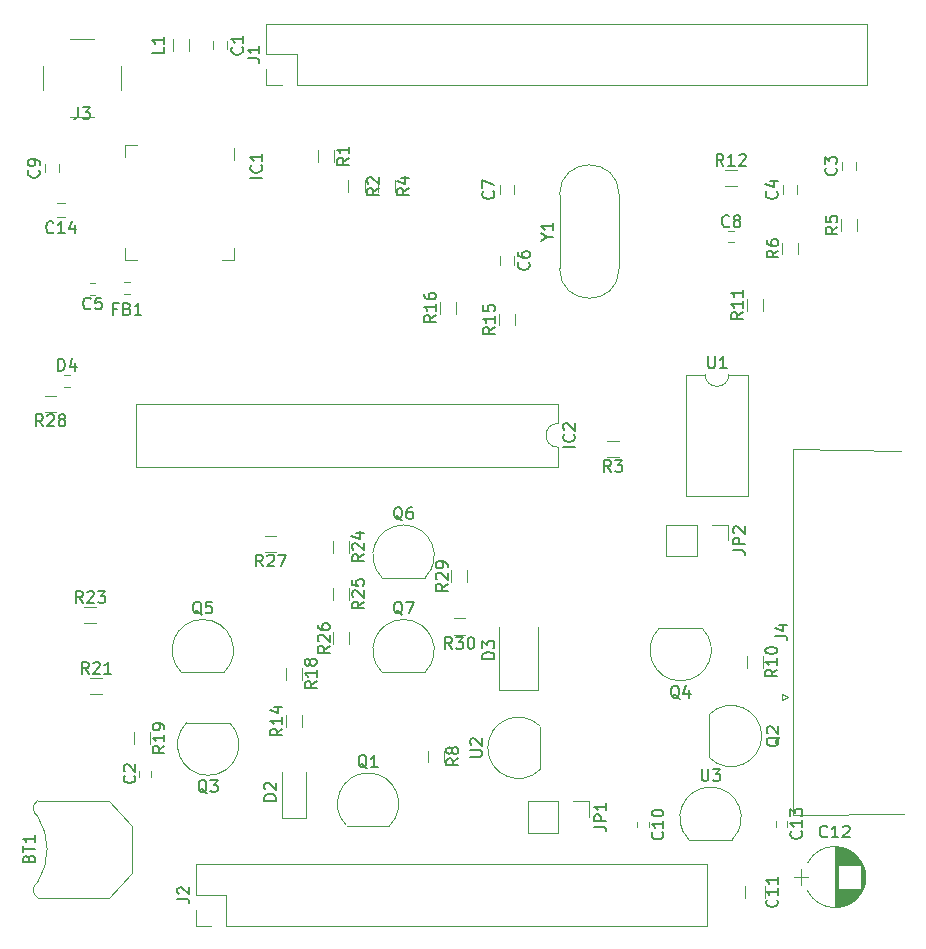
<source format=gto>
G04 #@! TF.GenerationSoftware,KiCad,Pcbnew,(5.1.0)-1*
G04 #@! TF.CreationDate,2019-03-19T22:56:10-07:00*
G04 #@! TF.ProjectId,DashSight-Mezzanine-Card,44617368-5369-4676-9874-2d4d657a7a61,rev?*
G04 #@! TF.SameCoordinates,Original*
G04 #@! TF.FileFunction,Legend,Top*
G04 #@! TF.FilePolarity,Positive*
%FSLAX46Y46*%
G04 Gerber Fmt 4.6, Leading zero omitted, Abs format (unit mm)*
G04 Created by KiCad (PCBNEW (5.1.0)-1) date 2019-03-19 22:56:10*
%MOMM*%
%LPD*%
G04 APERTURE LIST*
%ADD10C,0.120000*%
%ADD11C,0.150000*%
G04 APERTURE END LIST*
D10*
X134448000Y-108958000D02*
X134448000Y-107958000D01*
X135808000Y-107958000D02*
X135808000Y-108958000D01*
X142923000Y-58519000D02*
X142923000Y-59519000D01*
X133683000Y-67989000D02*
X134683000Y-67989000D01*
X133683000Y-66989000D02*
X133683000Y-67989000D01*
X133683000Y-58249000D02*
X134683000Y-58249000D01*
X133683000Y-59249000D02*
X133683000Y-58249000D01*
X142923000Y-67989000D02*
X141923000Y-67989000D01*
X142923000Y-66989000D02*
X142923000Y-67989000D01*
X130687000Y-70891500D02*
X131187000Y-70891500D01*
X131187000Y-69951500D02*
X130687000Y-69951500D01*
X178016000Y-116010500D02*
X178016000Y-115510500D01*
X177076000Y-115510500D02*
X177076000Y-116010500D01*
X189763500Y-115947000D02*
X189763500Y-115447000D01*
X188823500Y-115447000D02*
X188823500Y-115947000D01*
X190600000Y-61650000D02*
X190600000Y-62350000D01*
X189400000Y-62350000D02*
X189400000Y-61650000D01*
X128108000Y-59848000D02*
X128108000Y-60548000D01*
X126908000Y-60548000D02*
X126908000Y-59848000D01*
X127920000Y-63154000D02*
X128620000Y-63154000D01*
X128620000Y-64354000D02*
X127920000Y-64354000D01*
X187857500Y-121975500D02*
X187857500Y-120975500D01*
X186157500Y-120975500D02*
X186157500Y-121975500D01*
X196087722Y-119025777D02*
G75*
G03X191476420Y-119025500I-2305722J-1179723D01*
G01*
X196087722Y-121385223D02*
G75*
G02X191476420Y-121385500I-2305722J1179723D01*
G01*
X196087722Y-121385223D02*
G75*
G03X196087580Y-119025500I-2305722J1179723D01*
G01*
X193782000Y-117655500D02*
X193782000Y-122755500D01*
X193822000Y-117655500D02*
X193822000Y-122755500D01*
X193862000Y-117656500D02*
X193862000Y-122754500D01*
X193902000Y-117657500D02*
X193902000Y-122753500D01*
X193942000Y-117659500D02*
X193942000Y-122751500D01*
X193982000Y-117662500D02*
X193982000Y-122748500D01*
X194022000Y-117666500D02*
X194022000Y-122744500D01*
X194062000Y-117670500D02*
X194062000Y-119225500D01*
X194062000Y-121185500D02*
X194062000Y-122740500D01*
X194102000Y-117674500D02*
X194102000Y-119225500D01*
X194102000Y-121185500D02*
X194102000Y-122736500D01*
X194142000Y-117680500D02*
X194142000Y-119225500D01*
X194142000Y-121185500D02*
X194142000Y-122730500D01*
X194182000Y-117686500D02*
X194182000Y-119225500D01*
X194182000Y-121185500D02*
X194182000Y-122724500D01*
X194222000Y-117692500D02*
X194222000Y-119225500D01*
X194222000Y-121185500D02*
X194222000Y-122718500D01*
X194262000Y-117699500D02*
X194262000Y-119225500D01*
X194262000Y-121185500D02*
X194262000Y-122711500D01*
X194302000Y-117707500D02*
X194302000Y-119225500D01*
X194302000Y-121185500D02*
X194302000Y-122703500D01*
X194342000Y-117716500D02*
X194342000Y-119225500D01*
X194342000Y-121185500D02*
X194342000Y-122694500D01*
X194382000Y-117725500D02*
X194382000Y-119225500D01*
X194382000Y-121185500D02*
X194382000Y-122685500D01*
X194422000Y-117735500D02*
X194422000Y-119225500D01*
X194422000Y-121185500D02*
X194422000Y-122675500D01*
X194462000Y-117745500D02*
X194462000Y-119225500D01*
X194462000Y-121185500D02*
X194462000Y-122665500D01*
X194503000Y-117757500D02*
X194503000Y-119225500D01*
X194503000Y-121185500D02*
X194503000Y-122653500D01*
X194543000Y-117769500D02*
X194543000Y-119225500D01*
X194543000Y-121185500D02*
X194543000Y-122641500D01*
X194583000Y-117781500D02*
X194583000Y-119225500D01*
X194583000Y-121185500D02*
X194583000Y-122629500D01*
X194623000Y-117795500D02*
X194623000Y-119225500D01*
X194623000Y-121185500D02*
X194623000Y-122615500D01*
X194663000Y-117809500D02*
X194663000Y-119225500D01*
X194663000Y-121185500D02*
X194663000Y-122601500D01*
X194703000Y-117823500D02*
X194703000Y-119225500D01*
X194703000Y-121185500D02*
X194703000Y-122587500D01*
X194743000Y-117839500D02*
X194743000Y-119225500D01*
X194743000Y-121185500D02*
X194743000Y-122571500D01*
X194783000Y-117855500D02*
X194783000Y-119225500D01*
X194783000Y-121185500D02*
X194783000Y-122555500D01*
X194823000Y-117872500D02*
X194823000Y-119225500D01*
X194823000Y-121185500D02*
X194823000Y-122538500D01*
X194863000Y-117890500D02*
X194863000Y-119225500D01*
X194863000Y-121185500D02*
X194863000Y-122520500D01*
X194903000Y-117909500D02*
X194903000Y-119225500D01*
X194903000Y-121185500D02*
X194903000Y-122501500D01*
X194943000Y-117929500D02*
X194943000Y-119225500D01*
X194943000Y-121185500D02*
X194943000Y-122481500D01*
X194983000Y-117949500D02*
X194983000Y-119225500D01*
X194983000Y-121185500D02*
X194983000Y-122461500D01*
X195023000Y-117971500D02*
X195023000Y-119225500D01*
X195023000Y-121185500D02*
X195023000Y-122439500D01*
X195063000Y-117993500D02*
X195063000Y-119225500D01*
X195063000Y-121185500D02*
X195063000Y-122417500D01*
X195103000Y-118016500D02*
X195103000Y-119225500D01*
X195103000Y-121185500D02*
X195103000Y-122394500D01*
X195143000Y-118040500D02*
X195143000Y-119225500D01*
X195143000Y-121185500D02*
X195143000Y-122370500D01*
X195183000Y-118065500D02*
X195183000Y-119225500D01*
X195183000Y-121185500D02*
X195183000Y-122345500D01*
X195223000Y-118092500D02*
X195223000Y-119225500D01*
X195223000Y-121185500D02*
X195223000Y-122318500D01*
X195263000Y-118119500D02*
X195263000Y-119225500D01*
X195263000Y-121185500D02*
X195263000Y-122291500D01*
X195303000Y-118147500D02*
X195303000Y-119225500D01*
X195303000Y-121185500D02*
X195303000Y-122263500D01*
X195343000Y-118177500D02*
X195343000Y-119225500D01*
X195343000Y-121185500D02*
X195343000Y-122233500D01*
X195383000Y-118208500D02*
X195383000Y-119225500D01*
X195383000Y-121185500D02*
X195383000Y-122202500D01*
X195423000Y-118240500D02*
X195423000Y-119225500D01*
X195423000Y-121185500D02*
X195423000Y-122170500D01*
X195463000Y-118273500D02*
X195463000Y-119225500D01*
X195463000Y-121185500D02*
X195463000Y-122137500D01*
X195503000Y-118308500D02*
X195503000Y-119225500D01*
X195503000Y-121185500D02*
X195503000Y-122102500D01*
X195543000Y-118344500D02*
X195543000Y-119225500D01*
X195543000Y-121185500D02*
X195543000Y-122066500D01*
X195583000Y-118382500D02*
X195583000Y-119225500D01*
X195583000Y-121185500D02*
X195583000Y-122028500D01*
X195623000Y-118422500D02*
X195623000Y-119225500D01*
X195623000Y-121185500D02*
X195623000Y-121988500D01*
X195663000Y-118463500D02*
X195663000Y-119225500D01*
X195663000Y-121185500D02*
X195663000Y-121947500D01*
X195703000Y-118506500D02*
X195703000Y-119225500D01*
X195703000Y-121185500D02*
X195703000Y-121904500D01*
X195743000Y-118551500D02*
X195743000Y-119225500D01*
X195743000Y-121185500D02*
X195743000Y-121859500D01*
X195783000Y-118599500D02*
X195783000Y-119225500D01*
X195783000Y-121185500D02*
X195783000Y-121811500D01*
X195823000Y-118649500D02*
X195823000Y-119225500D01*
X195823000Y-121185500D02*
X195823000Y-121761500D01*
X195863000Y-118701500D02*
X195863000Y-119225500D01*
X195863000Y-121185500D02*
X195863000Y-121709500D01*
X195903000Y-118757500D02*
X195903000Y-119225500D01*
X195903000Y-121185500D02*
X195903000Y-121653500D01*
X195943000Y-118815500D02*
X195943000Y-119225500D01*
X195943000Y-121185500D02*
X195943000Y-121595500D01*
X195983000Y-118878500D02*
X195983000Y-119225500D01*
X195983000Y-121185500D02*
X195983000Y-121532500D01*
X196023000Y-118944500D02*
X196023000Y-121466500D01*
X196063000Y-119016500D02*
X196063000Y-121394500D01*
X196103000Y-119093500D02*
X196103000Y-121317500D01*
X196143000Y-119177500D02*
X196143000Y-121233500D01*
X196183000Y-119271500D02*
X196183000Y-121139500D01*
X196223000Y-119376500D02*
X196223000Y-121034500D01*
X196263000Y-119498500D02*
X196263000Y-120912500D01*
X196303000Y-119646500D02*
X196303000Y-120764500D01*
X196343000Y-119851500D02*
X196343000Y-120559500D01*
X190332000Y-120205500D02*
X191532000Y-120205500D01*
X190932000Y-119555500D02*
X190932000Y-120855500D01*
X126293100Y-115054554D02*
G75*
G02X126294000Y-120656000I-4499100J-2801446D01*
G01*
X126294000Y-115056000D02*
G75*
G02X126278337Y-113752277I386922J656604D01*
G01*
X134294000Y-119856000D02*
X132294000Y-121956000D01*
X134294000Y-115856000D02*
X132294000Y-113756000D01*
X134294000Y-119856000D02*
X134294000Y-115856000D01*
X126294000Y-121956000D02*
G75*
G02X126278337Y-120652277I386922J656604D01*
G01*
X126294000Y-113756000D02*
X132294000Y-113756000D01*
X126294000Y-121956000D02*
X132294000Y-121956000D01*
X165350000Y-104400000D02*
X168650000Y-104400000D01*
X168650000Y-104400000D02*
X168650000Y-99000000D01*
X165350000Y-104400000D02*
X165350000Y-99000000D01*
X129028000Y-77702000D02*
X128528000Y-77702000D01*
X128528000Y-78762000D02*
X129028000Y-78762000D01*
X141132000Y-50134000D02*
X141132000Y-49434000D01*
X142332000Y-49434000D02*
X142332000Y-50134000D01*
X167770500Y-113795500D02*
X167770500Y-116455500D01*
X170370500Y-113795500D02*
X167770500Y-113795500D01*
X170370500Y-116455500D02*
X167770500Y-116455500D01*
X170370500Y-113795500D02*
X170370500Y-116455500D01*
X171640500Y-113795500D02*
X172970500Y-113795500D01*
X172970500Y-113795500D02*
X172970500Y-115125500D01*
X184718000Y-90364000D02*
X184718000Y-91694000D01*
X183388000Y-90364000D02*
X184718000Y-90364000D01*
X182118000Y-90364000D02*
X182118000Y-93024000D01*
X182118000Y-93024000D02*
X179518000Y-93024000D01*
X182118000Y-90364000D02*
X179518000Y-90364000D01*
X179518000Y-90364000D02*
X179518000Y-93024000D01*
X147000000Y-115250000D02*
X149000000Y-115250000D01*
X149000000Y-115250000D02*
X149000000Y-111350000D01*
X147000000Y-115250000D02*
X147000000Y-111350000D01*
X133608000Y-70888000D02*
X134108000Y-70888000D01*
X134108000Y-69828000D02*
X133608000Y-69828000D01*
X181461000Y-117039000D02*
X185061000Y-117039000D01*
X181422522Y-117027478D02*
G75*
G02X183261000Y-112589000I1838478J1838478D01*
G01*
X185099478Y-117027478D02*
G75*
G03X183261000Y-112589000I-1838478J1838478D01*
G01*
X189778675Y-105000000D02*
X189345662Y-105250000D01*
X189345662Y-104750000D02*
X189778675Y-105000000D01*
X189345662Y-105250000D02*
X189345662Y-104750000D01*
X190240000Y-83975000D02*
X199400000Y-84100000D01*
X190240000Y-114945000D02*
X190240000Y-83975000D01*
X199600000Y-114900000D02*
X190240000Y-114945000D01*
X170330000Y-83810000D02*
G75*
G02X170330000Y-81810000I0J1000000D01*
G01*
X170330000Y-81810000D02*
X170330000Y-80160000D01*
X170330000Y-80160000D02*
X134650000Y-80160000D01*
X134650000Y-80160000D02*
X134650000Y-85460000D01*
X134650000Y-85460000D02*
X170330000Y-85460000D01*
X170330000Y-85460000D02*
X170330000Y-83810000D01*
X134912000Y-111214000D02*
X134912000Y-111714000D01*
X135852000Y-111714000D02*
X135852000Y-111214000D01*
X185250000Y-65530000D02*
X184750000Y-65530000D01*
X184750000Y-66470000D02*
X185250000Y-66470000D01*
X195600000Y-59650000D02*
X195600000Y-60350000D01*
X194400000Y-60350000D02*
X194400000Y-59650000D01*
X165400000Y-68350000D02*
X165400000Y-67650000D01*
X166600000Y-67650000D02*
X166600000Y-68350000D01*
X166600000Y-61650000D02*
X166600000Y-62350000D01*
X165400000Y-62350000D02*
X165400000Y-61650000D01*
X129048000Y-49278000D02*
X131048000Y-49278000D01*
X129048000Y-55878000D02*
X131048000Y-55878000D01*
X133348000Y-51578000D02*
X133348000Y-53578000D01*
X126748000Y-51578000D02*
X126748000Y-53578000D01*
X170475000Y-68685000D02*
X170475000Y-62435000D01*
X175525000Y-68685000D02*
X175525000Y-62435000D01*
X175525000Y-68685000D02*
G75*
G02X170475000Y-68685000I-2525000J0D01*
G01*
X175525000Y-62435000D02*
G75*
G03X170475000Y-62435000I-2525000J0D01*
G01*
X184810000Y-77670000D02*
G75*
G02X182810000Y-77670000I-1000000J0D01*
G01*
X182810000Y-77670000D02*
X181160000Y-77670000D01*
X181160000Y-77670000D02*
X181160000Y-87950000D01*
X181160000Y-87950000D02*
X186460000Y-87950000D01*
X186460000Y-87950000D02*
X186460000Y-77670000D01*
X186460000Y-77670000D02*
X184810000Y-77670000D01*
X139110000Y-49284000D02*
X139110000Y-50284000D01*
X137750000Y-50284000D02*
X137750000Y-49284000D01*
X182970000Y-124330000D02*
X182970000Y-119130000D01*
X142270000Y-124330000D02*
X182970000Y-124330000D01*
X139670000Y-119130000D02*
X182970000Y-119130000D01*
X142270000Y-124330000D02*
X142270000Y-121730000D01*
X142270000Y-121730000D02*
X139670000Y-121730000D01*
X139670000Y-121730000D02*
X139670000Y-119130000D01*
X141000000Y-124330000D02*
X139670000Y-124330000D01*
X139670000Y-124330000D02*
X139670000Y-123000000D01*
X196529000Y-53146000D02*
X196529000Y-47946000D01*
X148209000Y-53146000D02*
X196529000Y-53146000D01*
X145609000Y-47946000D02*
X196529000Y-47946000D01*
X148209000Y-53146000D02*
X148209000Y-50546000D01*
X148209000Y-50546000D02*
X145609000Y-50546000D01*
X145609000Y-50546000D02*
X145609000Y-47946000D01*
X146939000Y-53146000D02*
X145609000Y-53146000D01*
X145609000Y-53146000D02*
X145609000Y-51816000D01*
X151320000Y-96750000D02*
X151320000Y-95750000D01*
X152680000Y-95750000D02*
X152680000Y-96750000D01*
X152680000Y-99500000D02*
X152680000Y-100500000D01*
X151320000Y-100500000D02*
X151320000Y-99500000D01*
X145500000Y-91320000D02*
X146500000Y-91320000D01*
X146500000Y-92680000D02*
X145500000Y-92680000D01*
X126881000Y-79457000D02*
X127881000Y-79457000D01*
X127881000Y-80817000D02*
X126881000Y-80817000D01*
X162680000Y-94250000D02*
X162680000Y-95250000D01*
X161320000Y-95250000D02*
X161320000Y-94250000D01*
X161500000Y-98320000D02*
X162500000Y-98320000D01*
X162500000Y-99680000D02*
X161500000Y-99680000D01*
X150051000Y-59659000D02*
X150051000Y-58659000D01*
X151411000Y-58659000D02*
X151411000Y-59659000D01*
X131250000Y-98680000D02*
X130250000Y-98680000D01*
X130250000Y-97320000D02*
X131250000Y-97320000D01*
X131750000Y-104680000D02*
X130750000Y-104680000D01*
X130750000Y-103320000D02*
X131750000Y-103320000D01*
X152609000Y-62222000D02*
X152609000Y-61222000D01*
X153969000Y-61222000D02*
X153969000Y-62222000D01*
X147320000Y-103500000D02*
X147320000Y-102500000D01*
X148680000Y-102500000D02*
X148680000Y-103500000D01*
X151320000Y-92750000D02*
X151320000Y-91750000D01*
X152680000Y-91750000D02*
X152680000Y-92750000D01*
X161680000Y-71500000D02*
X161680000Y-72500000D01*
X160320000Y-72500000D02*
X160320000Y-71500000D01*
X166680000Y-72500000D02*
X166680000Y-73500000D01*
X165320000Y-73500000D02*
X165320000Y-72500000D01*
X174500000Y-83320000D02*
X175500000Y-83320000D01*
X175500000Y-84680000D02*
X174500000Y-84680000D01*
X185500000Y-61680000D02*
X184500000Y-61680000D01*
X184500000Y-60320000D02*
X185500000Y-60320000D01*
X187680000Y-71250000D02*
X187680000Y-72250000D01*
X186320000Y-72250000D02*
X186320000Y-71250000D01*
X186320000Y-102500000D02*
X186320000Y-101500000D01*
X187680000Y-101500000D02*
X187680000Y-102500000D01*
X190680000Y-66500000D02*
X190680000Y-67500000D01*
X189320000Y-67500000D02*
X189320000Y-66500000D01*
X195680000Y-64500000D02*
X195680000Y-65500000D01*
X194320000Y-65500000D02*
X194320000Y-64500000D01*
X155149000Y-62222000D02*
X155149000Y-61222000D01*
X156509000Y-61222000D02*
X156509000Y-62222000D01*
X148680000Y-106500000D02*
X148680000Y-107500000D01*
X147320000Y-107500000D02*
X147320000Y-106500000D01*
X159320000Y-110500000D02*
X159320000Y-109500000D01*
X160680000Y-109500000D02*
X160680000Y-110500000D01*
X168850000Y-111070000D02*
X168850000Y-107470000D01*
X168838478Y-111108478D02*
G75*
G02X164400000Y-109270000I-1838478J1838478D01*
G01*
X168838478Y-107431522D02*
G75*
G03X164400000Y-109270000I-1838478J-1838478D01*
G01*
X155470000Y-94850000D02*
X159070000Y-94850000D01*
X155431522Y-94838478D02*
G75*
G02X157270000Y-90400000I1838478J1838478D01*
G01*
X159108478Y-94838478D02*
G75*
G03X157270000Y-90400000I-1838478J1838478D01*
G01*
X155470000Y-102850000D02*
X159070000Y-102850000D01*
X155431522Y-102838478D02*
G75*
G02X157270000Y-98400000I1838478J1838478D01*
G01*
X159108478Y-102838478D02*
G75*
G03X157270000Y-98400000I-1838478J1838478D01*
G01*
X152470000Y-115850000D02*
X156070000Y-115850000D01*
X152431522Y-115838478D02*
G75*
G02X154270000Y-111400000I1838478J1838478D01*
G01*
X156108478Y-115838478D02*
G75*
G03X154270000Y-111400000I-1838478J1838478D01*
G01*
X183150000Y-106470000D02*
X183150000Y-110070000D01*
X183161522Y-106431522D02*
G75*
G02X187600000Y-108270000I1838478J-1838478D01*
G01*
X183161522Y-110108478D02*
G75*
G03X187600000Y-108270000I1838478J1838478D01*
G01*
X142530000Y-107150000D02*
X138930000Y-107150000D01*
X142568478Y-107161522D02*
G75*
G02X140730000Y-111600000I-1838478J-1838478D01*
G01*
X138891522Y-107161522D02*
G75*
G03X140730000Y-111600000I1838478J-1838478D01*
G01*
X182530000Y-99150000D02*
X178930000Y-99150000D01*
X182568478Y-99161522D02*
G75*
G02X180730000Y-103600000I-1838478J-1838478D01*
G01*
X178891522Y-99161522D02*
G75*
G03X180730000Y-103600000I1838478J-1838478D01*
G01*
X138470000Y-102850000D02*
X142070000Y-102850000D01*
X138431522Y-102838478D02*
G75*
G02X140270000Y-98400000I1838478J1838478D01*
G01*
X142108478Y-102838478D02*
G75*
G03X140270000Y-98400000I-1838478J1838478D01*
G01*
D11*
X137030380Y-109100857D02*
X136554190Y-109434190D01*
X137030380Y-109672285D02*
X136030380Y-109672285D01*
X136030380Y-109291333D01*
X136078000Y-109196095D01*
X136125619Y-109148476D01*
X136220857Y-109100857D01*
X136363714Y-109100857D01*
X136458952Y-109148476D01*
X136506571Y-109196095D01*
X136554190Y-109291333D01*
X136554190Y-109672285D01*
X137030380Y-108148476D02*
X137030380Y-108719904D01*
X137030380Y-108434190D02*
X136030380Y-108434190D01*
X136173238Y-108529428D01*
X136268476Y-108624666D01*
X136316095Y-108719904D01*
X137030380Y-107672285D02*
X137030380Y-107481809D01*
X136982761Y-107386571D01*
X136935142Y-107338952D01*
X136792285Y-107243714D01*
X136601809Y-107196095D01*
X136220857Y-107196095D01*
X136125619Y-107243714D01*
X136078000Y-107291333D01*
X136030380Y-107386571D01*
X136030380Y-107577047D01*
X136078000Y-107672285D01*
X136125619Y-107719904D01*
X136220857Y-107767523D01*
X136458952Y-107767523D01*
X136554190Y-107719904D01*
X136601809Y-107672285D01*
X136649428Y-107577047D01*
X136649428Y-107386571D01*
X136601809Y-107291333D01*
X136554190Y-107243714D01*
X136458952Y-107196095D01*
X145305380Y-60995190D02*
X144305380Y-60995190D01*
X145210142Y-59947571D02*
X145257761Y-59995190D01*
X145305380Y-60138047D01*
X145305380Y-60233285D01*
X145257761Y-60376142D01*
X145162523Y-60471380D01*
X145067285Y-60519000D01*
X144876809Y-60566619D01*
X144733952Y-60566619D01*
X144543476Y-60519000D01*
X144448238Y-60471380D01*
X144353000Y-60376142D01*
X144305380Y-60233285D01*
X144305380Y-60138047D01*
X144353000Y-59995190D01*
X144400619Y-59947571D01*
X145305380Y-58995190D02*
X145305380Y-59566619D01*
X145305380Y-59280904D02*
X144305380Y-59280904D01*
X144448238Y-59376142D01*
X144543476Y-59471380D01*
X144591095Y-59566619D01*
X130770333Y-72048642D02*
X130722714Y-72096261D01*
X130579857Y-72143880D01*
X130484619Y-72143880D01*
X130341761Y-72096261D01*
X130246523Y-72001023D01*
X130198904Y-71905785D01*
X130151285Y-71715309D01*
X130151285Y-71572452D01*
X130198904Y-71381976D01*
X130246523Y-71286738D01*
X130341761Y-71191500D01*
X130484619Y-71143880D01*
X130579857Y-71143880D01*
X130722714Y-71191500D01*
X130770333Y-71239119D01*
X131675095Y-71143880D02*
X131198904Y-71143880D01*
X131151285Y-71620071D01*
X131198904Y-71572452D01*
X131294142Y-71524833D01*
X131532238Y-71524833D01*
X131627476Y-71572452D01*
X131675095Y-71620071D01*
X131722714Y-71715309D01*
X131722714Y-71953404D01*
X131675095Y-72048642D01*
X131627476Y-72096261D01*
X131532238Y-72143880D01*
X131294142Y-72143880D01*
X131198904Y-72096261D01*
X131151285Y-72048642D01*
X179173142Y-116403357D02*
X179220761Y-116450976D01*
X179268380Y-116593833D01*
X179268380Y-116689071D01*
X179220761Y-116831928D01*
X179125523Y-116927166D01*
X179030285Y-116974785D01*
X178839809Y-117022404D01*
X178696952Y-117022404D01*
X178506476Y-116974785D01*
X178411238Y-116927166D01*
X178316000Y-116831928D01*
X178268380Y-116689071D01*
X178268380Y-116593833D01*
X178316000Y-116450976D01*
X178363619Y-116403357D01*
X179268380Y-115450976D02*
X179268380Y-116022404D01*
X179268380Y-115736690D02*
X178268380Y-115736690D01*
X178411238Y-115831928D01*
X178506476Y-115927166D01*
X178554095Y-116022404D01*
X178268380Y-114831928D02*
X178268380Y-114736690D01*
X178316000Y-114641452D01*
X178363619Y-114593833D01*
X178458857Y-114546214D01*
X178649333Y-114498595D01*
X178887428Y-114498595D01*
X179077904Y-114546214D01*
X179173142Y-114593833D01*
X179220761Y-114641452D01*
X179268380Y-114736690D01*
X179268380Y-114831928D01*
X179220761Y-114927166D01*
X179173142Y-114974785D01*
X179077904Y-115022404D01*
X178887428Y-115070023D01*
X178649333Y-115070023D01*
X178458857Y-115022404D01*
X178363619Y-114974785D01*
X178316000Y-114927166D01*
X178268380Y-114831928D01*
X190920642Y-116339857D02*
X190968261Y-116387476D01*
X191015880Y-116530333D01*
X191015880Y-116625571D01*
X190968261Y-116768428D01*
X190873023Y-116863666D01*
X190777785Y-116911285D01*
X190587309Y-116958904D01*
X190444452Y-116958904D01*
X190253976Y-116911285D01*
X190158738Y-116863666D01*
X190063500Y-116768428D01*
X190015880Y-116625571D01*
X190015880Y-116530333D01*
X190063500Y-116387476D01*
X190111119Y-116339857D01*
X191015880Y-115387476D02*
X191015880Y-115958904D01*
X191015880Y-115673190D02*
X190015880Y-115673190D01*
X190158738Y-115768428D01*
X190253976Y-115863666D01*
X190301595Y-115958904D01*
X190015880Y-115054142D02*
X190015880Y-114435095D01*
X190396833Y-114768428D01*
X190396833Y-114625571D01*
X190444452Y-114530333D01*
X190492071Y-114482714D01*
X190587309Y-114435095D01*
X190825404Y-114435095D01*
X190920642Y-114482714D01*
X190968261Y-114530333D01*
X191015880Y-114625571D01*
X191015880Y-114911285D01*
X190968261Y-115006523D01*
X190920642Y-115054142D01*
X188857142Y-62166666D02*
X188904761Y-62214285D01*
X188952380Y-62357142D01*
X188952380Y-62452380D01*
X188904761Y-62595238D01*
X188809523Y-62690476D01*
X188714285Y-62738095D01*
X188523809Y-62785714D01*
X188380952Y-62785714D01*
X188190476Y-62738095D01*
X188095238Y-62690476D01*
X188000000Y-62595238D01*
X187952380Y-62452380D01*
X187952380Y-62357142D01*
X188000000Y-62214285D01*
X188047619Y-62166666D01*
X188285714Y-61309523D02*
X188952380Y-61309523D01*
X187904761Y-61547619D02*
X188619047Y-61785714D01*
X188619047Y-61166666D01*
X126365142Y-60364666D02*
X126412761Y-60412285D01*
X126460380Y-60555142D01*
X126460380Y-60650380D01*
X126412761Y-60793238D01*
X126317523Y-60888476D01*
X126222285Y-60936095D01*
X126031809Y-60983714D01*
X125888952Y-60983714D01*
X125698476Y-60936095D01*
X125603238Y-60888476D01*
X125508000Y-60793238D01*
X125460380Y-60650380D01*
X125460380Y-60555142D01*
X125508000Y-60412285D01*
X125555619Y-60364666D01*
X126460380Y-59888476D02*
X126460380Y-59698000D01*
X126412761Y-59602761D01*
X126365142Y-59555142D01*
X126222285Y-59459904D01*
X126031809Y-59412285D01*
X125650857Y-59412285D01*
X125555619Y-59459904D01*
X125508000Y-59507523D01*
X125460380Y-59602761D01*
X125460380Y-59793238D01*
X125508000Y-59888476D01*
X125555619Y-59936095D01*
X125650857Y-59983714D01*
X125888952Y-59983714D01*
X125984190Y-59936095D01*
X126031809Y-59888476D01*
X126079428Y-59793238D01*
X126079428Y-59602761D01*
X126031809Y-59507523D01*
X125984190Y-59459904D01*
X125888952Y-59412285D01*
X127627142Y-65611142D02*
X127579523Y-65658761D01*
X127436666Y-65706380D01*
X127341428Y-65706380D01*
X127198571Y-65658761D01*
X127103333Y-65563523D01*
X127055714Y-65468285D01*
X127008095Y-65277809D01*
X127008095Y-65134952D01*
X127055714Y-64944476D01*
X127103333Y-64849238D01*
X127198571Y-64754000D01*
X127341428Y-64706380D01*
X127436666Y-64706380D01*
X127579523Y-64754000D01*
X127627142Y-64801619D01*
X128579523Y-65706380D02*
X128008095Y-65706380D01*
X128293809Y-65706380D02*
X128293809Y-64706380D01*
X128198571Y-64849238D01*
X128103333Y-64944476D01*
X128008095Y-64992095D01*
X129436666Y-65039714D02*
X129436666Y-65706380D01*
X129198571Y-64658761D02*
X128960476Y-65373047D01*
X129579523Y-65373047D01*
X188864642Y-122118357D02*
X188912261Y-122165976D01*
X188959880Y-122308833D01*
X188959880Y-122404071D01*
X188912261Y-122546928D01*
X188817023Y-122642166D01*
X188721785Y-122689785D01*
X188531309Y-122737404D01*
X188388452Y-122737404D01*
X188197976Y-122689785D01*
X188102738Y-122642166D01*
X188007500Y-122546928D01*
X187959880Y-122404071D01*
X187959880Y-122308833D01*
X188007500Y-122165976D01*
X188055119Y-122118357D01*
X188959880Y-121165976D02*
X188959880Y-121737404D01*
X188959880Y-121451690D02*
X187959880Y-121451690D01*
X188102738Y-121546928D01*
X188197976Y-121642166D01*
X188245595Y-121737404D01*
X188959880Y-120213595D02*
X188959880Y-120785023D01*
X188959880Y-120499309D02*
X187959880Y-120499309D01*
X188102738Y-120594547D01*
X188197976Y-120689785D01*
X188245595Y-120785023D01*
X193139142Y-116752642D02*
X193091523Y-116800261D01*
X192948666Y-116847880D01*
X192853428Y-116847880D01*
X192710571Y-116800261D01*
X192615333Y-116705023D01*
X192567714Y-116609785D01*
X192520095Y-116419309D01*
X192520095Y-116276452D01*
X192567714Y-116085976D01*
X192615333Y-115990738D01*
X192710571Y-115895500D01*
X192853428Y-115847880D01*
X192948666Y-115847880D01*
X193091523Y-115895500D01*
X193139142Y-115943119D01*
X194091523Y-116847880D02*
X193520095Y-116847880D01*
X193805809Y-116847880D02*
X193805809Y-115847880D01*
X193710571Y-115990738D01*
X193615333Y-116085976D01*
X193520095Y-116133595D01*
X194472476Y-115943119D02*
X194520095Y-115895500D01*
X194615333Y-115847880D01*
X194853428Y-115847880D01*
X194948666Y-115895500D01*
X194996285Y-115943119D01*
X195043904Y-116038357D01*
X195043904Y-116133595D01*
X194996285Y-116276452D01*
X194424857Y-116847880D01*
X195043904Y-116847880D01*
X125522571Y-118641714D02*
X125570190Y-118498857D01*
X125617809Y-118451238D01*
X125713047Y-118403619D01*
X125855904Y-118403619D01*
X125951142Y-118451238D01*
X125998761Y-118498857D01*
X126046380Y-118594095D01*
X126046380Y-118975047D01*
X125046380Y-118975047D01*
X125046380Y-118641714D01*
X125094000Y-118546476D01*
X125141619Y-118498857D01*
X125236857Y-118451238D01*
X125332095Y-118451238D01*
X125427333Y-118498857D01*
X125474952Y-118546476D01*
X125522571Y-118641714D01*
X125522571Y-118975047D01*
X125046380Y-118117904D02*
X125046380Y-117546476D01*
X126046380Y-117832190D02*
X125046380Y-117832190D01*
X126046380Y-116689333D02*
X126046380Y-117260761D01*
X126046380Y-116975047D02*
X125046380Y-116975047D01*
X125189238Y-117070285D01*
X125284476Y-117165523D01*
X125332095Y-117260761D01*
X164952380Y-101738095D02*
X163952380Y-101738095D01*
X163952380Y-101500000D01*
X164000000Y-101357142D01*
X164095238Y-101261904D01*
X164190476Y-101214285D01*
X164380952Y-101166666D01*
X164523809Y-101166666D01*
X164714285Y-101214285D01*
X164809523Y-101261904D01*
X164904761Y-101357142D01*
X164952380Y-101500000D01*
X164952380Y-101738095D01*
X163952380Y-100833333D02*
X163952380Y-100214285D01*
X164333333Y-100547619D01*
X164333333Y-100404761D01*
X164380952Y-100309523D01*
X164428571Y-100261904D01*
X164523809Y-100214285D01*
X164761904Y-100214285D01*
X164857142Y-100261904D01*
X164904761Y-100309523D01*
X164952380Y-100404761D01*
X164952380Y-100690476D01*
X164904761Y-100785714D01*
X164857142Y-100833333D01*
X128039904Y-77334380D02*
X128039904Y-76334380D01*
X128278000Y-76334380D01*
X128420857Y-76382000D01*
X128516095Y-76477238D01*
X128563714Y-76572476D01*
X128611333Y-76762952D01*
X128611333Y-76905809D01*
X128563714Y-77096285D01*
X128516095Y-77191523D01*
X128420857Y-77286761D01*
X128278000Y-77334380D01*
X128039904Y-77334380D01*
X129468476Y-76667714D02*
X129468476Y-77334380D01*
X129230380Y-76286761D02*
X128992285Y-77001047D01*
X129611333Y-77001047D01*
X143589142Y-49950666D02*
X143636761Y-49998285D01*
X143684380Y-50141142D01*
X143684380Y-50236380D01*
X143636761Y-50379238D01*
X143541523Y-50474476D01*
X143446285Y-50522095D01*
X143255809Y-50569714D01*
X143112952Y-50569714D01*
X142922476Y-50522095D01*
X142827238Y-50474476D01*
X142732000Y-50379238D01*
X142684380Y-50236380D01*
X142684380Y-50141142D01*
X142732000Y-49998285D01*
X142779619Y-49950666D01*
X143684380Y-48998285D02*
X143684380Y-49569714D01*
X143684380Y-49284000D02*
X142684380Y-49284000D01*
X142827238Y-49379238D01*
X142922476Y-49474476D01*
X142970095Y-49569714D01*
X173422880Y-115958833D02*
X174137166Y-115958833D01*
X174280023Y-116006452D01*
X174375261Y-116101690D01*
X174422880Y-116244547D01*
X174422880Y-116339785D01*
X174422880Y-115482642D02*
X173422880Y-115482642D01*
X173422880Y-115101690D01*
X173470500Y-115006452D01*
X173518119Y-114958833D01*
X173613357Y-114911214D01*
X173756214Y-114911214D01*
X173851452Y-114958833D01*
X173899071Y-115006452D01*
X173946690Y-115101690D01*
X173946690Y-115482642D01*
X174422880Y-113958833D02*
X174422880Y-114530261D01*
X174422880Y-114244547D02*
X173422880Y-114244547D01*
X173565738Y-114339785D01*
X173660976Y-114435023D01*
X173708595Y-114530261D01*
X185170380Y-92527333D02*
X185884666Y-92527333D01*
X186027523Y-92574952D01*
X186122761Y-92670190D01*
X186170380Y-92813047D01*
X186170380Y-92908285D01*
X186170380Y-92051142D02*
X185170380Y-92051142D01*
X185170380Y-91670190D01*
X185218000Y-91574952D01*
X185265619Y-91527333D01*
X185360857Y-91479714D01*
X185503714Y-91479714D01*
X185598952Y-91527333D01*
X185646571Y-91574952D01*
X185694190Y-91670190D01*
X185694190Y-92051142D01*
X185265619Y-91098761D02*
X185218000Y-91051142D01*
X185170380Y-90955904D01*
X185170380Y-90717809D01*
X185218000Y-90622571D01*
X185265619Y-90574952D01*
X185360857Y-90527333D01*
X185456095Y-90527333D01*
X185598952Y-90574952D01*
X186170380Y-91146380D01*
X186170380Y-90527333D01*
X146452380Y-113738095D02*
X145452380Y-113738095D01*
X145452380Y-113500000D01*
X145500000Y-113357142D01*
X145595238Y-113261904D01*
X145690476Y-113214285D01*
X145880952Y-113166666D01*
X146023809Y-113166666D01*
X146214285Y-113214285D01*
X146309523Y-113261904D01*
X146404761Y-113357142D01*
X146452380Y-113500000D01*
X146452380Y-113738095D01*
X145547619Y-112785714D02*
X145500000Y-112738095D01*
X145452380Y-112642857D01*
X145452380Y-112404761D01*
X145500000Y-112309523D01*
X145547619Y-112261904D01*
X145642857Y-112214285D01*
X145738095Y-112214285D01*
X145880952Y-112261904D01*
X146452380Y-112833333D01*
X146452380Y-112214285D01*
X133024666Y-72086571D02*
X132691333Y-72086571D01*
X132691333Y-72610380D02*
X132691333Y-71610380D01*
X133167523Y-71610380D01*
X133881809Y-72086571D02*
X134024666Y-72134190D01*
X134072285Y-72181809D01*
X134119904Y-72277047D01*
X134119904Y-72419904D01*
X134072285Y-72515142D01*
X134024666Y-72562761D01*
X133929428Y-72610380D01*
X133548476Y-72610380D01*
X133548476Y-71610380D01*
X133881809Y-71610380D01*
X133977047Y-71658000D01*
X134024666Y-71705619D01*
X134072285Y-71800857D01*
X134072285Y-71896095D01*
X134024666Y-71991333D01*
X133977047Y-72038952D01*
X133881809Y-72086571D01*
X133548476Y-72086571D01*
X135072285Y-72610380D02*
X134500857Y-72610380D01*
X134786571Y-72610380D02*
X134786571Y-71610380D01*
X134691333Y-71753238D01*
X134596095Y-71848476D01*
X134500857Y-71896095D01*
X182499095Y-111081380D02*
X182499095Y-111890904D01*
X182546714Y-111986142D01*
X182594333Y-112033761D01*
X182689571Y-112081380D01*
X182880047Y-112081380D01*
X182975285Y-112033761D01*
X183022904Y-111986142D01*
X183070523Y-111890904D01*
X183070523Y-111081380D01*
X183451476Y-111081380D02*
X184070523Y-111081380D01*
X183737190Y-111462333D01*
X183880047Y-111462333D01*
X183975285Y-111509952D01*
X184022904Y-111557571D01*
X184070523Y-111652809D01*
X184070523Y-111890904D01*
X184022904Y-111986142D01*
X183975285Y-112033761D01*
X183880047Y-112081380D01*
X183594333Y-112081380D01*
X183499095Y-112033761D01*
X183451476Y-111986142D01*
X188752380Y-99793333D02*
X189466666Y-99793333D01*
X189609523Y-99840952D01*
X189704761Y-99936190D01*
X189752380Y-100079047D01*
X189752380Y-100174285D01*
X189085714Y-98888571D02*
X189752380Y-98888571D01*
X188704761Y-99126666D02*
X189419047Y-99364761D01*
X189419047Y-98745714D01*
X171782380Y-83786190D02*
X170782380Y-83786190D01*
X171687142Y-82738571D02*
X171734761Y-82786190D01*
X171782380Y-82929047D01*
X171782380Y-83024285D01*
X171734761Y-83167142D01*
X171639523Y-83262380D01*
X171544285Y-83310000D01*
X171353809Y-83357619D01*
X171210952Y-83357619D01*
X171020476Y-83310000D01*
X170925238Y-83262380D01*
X170830000Y-83167142D01*
X170782380Y-83024285D01*
X170782380Y-82929047D01*
X170830000Y-82786190D01*
X170877619Y-82738571D01*
X170877619Y-82357619D02*
X170830000Y-82310000D01*
X170782380Y-82214761D01*
X170782380Y-81976666D01*
X170830000Y-81881428D01*
X170877619Y-81833809D01*
X170972857Y-81786190D01*
X171068095Y-81786190D01*
X171210952Y-81833809D01*
X171782380Y-82405238D01*
X171782380Y-81786190D01*
X134469142Y-111630666D02*
X134516761Y-111678285D01*
X134564380Y-111821142D01*
X134564380Y-111916380D01*
X134516761Y-112059238D01*
X134421523Y-112154476D01*
X134326285Y-112202095D01*
X134135809Y-112249714D01*
X133992952Y-112249714D01*
X133802476Y-112202095D01*
X133707238Y-112154476D01*
X133612000Y-112059238D01*
X133564380Y-111916380D01*
X133564380Y-111821142D01*
X133612000Y-111678285D01*
X133659619Y-111630666D01*
X133659619Y-111249714D02*
X133612000Y-111202095D01*
X133564380Y-111106857D01*
X133564380Y-110868761D01*
X133612000Y-110773523D01*
X133659619Y-110725904D01*
X133754857Y-110678285D01*
X133850095Y-110678285D01*
X133992952Y-110725904D01*
X134564380Y-111297333D01*
X134564380Y-110678285D01*
X184833333Y-65087142D02*
X184785714Y-65134761D01*
X184642857Y-65182380D01*
X184547619Y-65182380D01*
X184404761Y-65134761D01*
X184309523Y-65039523D01*
X184261904Y-64944285D01*
X184214285Y-64753809D01*
X184214285Y-64610952D01*
X184261904Y-64420476D01*
X184309523Y-64325238D01*
X184404761Y-64230000D01*
X184547619Y-64182380D01*
X184642857Y-64182380D01*
X184785714Y-64230000D01*
X184833333Y-64277619D01*
X185404761Y-64610952D02*
X185309523Y-64563333D01*
X185261904Y-64515714D01*
X185214285Y-64420476D01*
X185214285Y-64372857D01*
X185261904Y-64277619D01*
X185309523Y-64230000D01*
X185404761Y-64182380D01*
X185595238Y-64182380D01*
X185690476Y-64230000D01*
X185738095Y-64277619D01*
X185785714Y-64372857D01*
X185785714Y-64420476D01*
X185738095Y-64515714D01*
X185690476Y-64563333D01*
X185595238Y-64610952D01*
X185404761Y-64610952D01*
X185309523Y-64658571D01*
X185261904Y-64706190D01*
X185214285Y-64801428D01*
X185214285Y-64991904D01*
X185261904Y-65087142D01*
X185309523Y-65134761D01*
X185404761Y-65182380D01*
X185595238Y-65182380D01*
X185690476Y-65134761D01*
X185738095Y-65087142D01*
X185785714Y-64991904D01*
X185785714Y-64801428D01*
X185738095Y-64706190D01*
X185690476Y-64658571D01*
X185595238Y-64610952D01*
X193857142Y-60166666D02*
X193904761Y-60214285D01*
X193952380Y-60357142D01*
X193952380Y-60452380D01*
X193904761Y-60595238D01*
X193809523Y-60690476D01*
X193714285Y-60738095D01*
X193523809Y-60785714D01*
X193380952Y-60785714D01*
X193190476Y-60738095D01*
X193095238Y-60690476D01*
X193000000Y-60595238D01*
X192952380Y-60452380D01*
X192952380Y-60357142D01*
X193000000Y-60214285D01*
X193047619Y-60166666D01*
X192952380Y-59833333D02*
X192952380Y-59214285D01*
X193333333Y-59547619D01*
X193333333Y-59404761D01*
X193380952Y-59309523D01*
X193428571Y-59261904D01*
X193523809Y-59214285D01*
X193761904Y-59214285D01*
X193857142Y-59261904D01*
X193904761Y-59309523D01*
X193952380Y-59404761D01*
X193952380Y-59690476D01*
X193904761Y-59785714D01*
X193857142Y-59833333D01*
X167857142Y-68166666D02*
X167904761Y-68214285D01*
X167952380Y-68357142D01*
X167952380Y-68452380D01*
X167904761Y-68595238D01*
X167809523Y-68690476D01*
X167714285Y-68738095D01*
X167523809Y-68785714D01*
X167380952Y-68785714D01*
X167190476Y-68738095D01*
X167095238Y-68690476D01*
X167000000Y-68595238D01*
X166952380Y-68452380D01*
X166952380Y-68357142D01*
X167000000Y-68214285D01*
X167047619Y-68166666D01*
X166952380Y-67309523D02*
X166952380Y-67500000D01*
X167000000Y-67595238D01*
X167047619Y-67642857D01*
X167190476Y-67738095D01*
X167380952Y-67785714D01*
X167761904Y-67785714D01*
X167857142Y-67738095D01*
X167904761Y-67690476D01*
X167952380Y-67595238D01*
X167952380Y-67404761D01*
X167904761Y-67309523D01*
X167857142Y-67261904D01*
X167761904Y-67214285D01*
X167523809Y-67214285D01*
X167428571Y-67261904D01*
X167380952Y-67309523D01*
X167333333Y-67404761D01*
X167333333Y-67595238D01*
X167380952Y-67690476D01*
X167428571Y-67738095D01*
X167523809Y-67785714D01*
X164857142Y-62166666D02*
X164904761Y-62214285D01*
X164952380Y-62357142D01*
X164952380Y-62452380D01*
X164904761Y-62595238D01*
X164809523Y-62690476D01*
X164714285Y-62738095D01*
X164523809Y-62785714D01*
X164380952Y-62785714D01*
X164190476Y-62738095D01*
X164095238Y-62690476D01*
X164000000Y-62595238D01*
X163952380Y-62452380D01*
X163952380Y-62357142D01*
X164000000Y-62214285D01*
X164047619Y-62166666D01*
X163952380Y-61833333D02*
X163952380Y-61166666D01*
X164952380Y-61595238D01*
X129714666Y-55030380D02*
X129714666Y-55744666D01*
X129667047Y-55887523D01*
X129571809Y-55982761D01*
X129428952Y-56030380D01*
X129333714Y-56030380D01*
X130095619Y-55030380D02*
X130714666Y-55030380D01*
X130381333Y-55411333D01*
X130524190Y-55411333D01*
X130619428Y-55458952D01*
X130667047Y-55506571D01*
X130714666Y-55601809D01*
X130714666Y-55839904D01*
X130667047Y-55935142D01*
X130619428Y-55982761D01*
X130524190Y-56030380D01*
X130238476Y-56030380D01*
X130143238Y-55982761D01*
X130095619Y-55935142D01*
X169451190Y-66036190D02*
X169927380Y-66036190D01*
X168927380Y-66369523D02*
X169451190Y-66036190D01*
X168927380Y-65702857D01*
X169927380Y-64845714D02*
X169927380Y-65417142D01*
X169927380Y-65131428D02*
X168927380Y-65131428D01*
X169070238Y-65226666D01*
X169165476Y-65321904D01*
X169213095Y-65417142D01*
X183048095Y-76122380D02*
X183048095Y-76931904D01*
X183095714Y-77027142D01*
X183143333Y-77074761D01*
X183238571Y-77122380D01*
X183429047Y-77122380D01*
X183524285Y-77074761D01*
X183571904Y-77027142D01*
X183619523Y-76931904D01*
X183619523Y-76122380D01*
X184619523Y-77122380D02*
X184048095Y-77122380D01*
X184333809Y-77122380D02*
X184333809Y-76122380D01*
X184238571Y-76265238D01*
X184143333Y-76360476D01*
X184048095Y-76408095D01*
X136982380Y-49950666D02*
X136982380Y-50426857D01*
X135982380Y-50426857D01*
X136982380Y-49093523D02*
X136982380Y-49664952D01*
X136982380Y-49379238D02*
X135982380Y-49379238D01*
X136125238Y-49474476D01*
X136220476Y-49569714D01*
X136268095Y-49664952D01*
X138122380Y-122063333D02*
X138836666Y-122063333D01*
X138979523Y-122110952D01*
X139074761Y-122206190D01*
X139122380Y-122349047D01*
X139122380Y-122444285D01*
X138217619Y-121634761D02*
X138170000Y-121587142D01*
X138122380Y-121491904D01*
X138122380Y-121253809D01*
X138170000Y-121158571D01*
X138217619Y-121110952D01*
X138312857Y-121063333D01*
X138408095Y-121063333D01*
X138550952Y-121110952D01*
X139122380Y-121682380D01*
X139122380Y-121063333D01*
X144061380Y-50879333D02*
X144775666Y-50879333D01*
X144918523Y-50926952D01*
X145013761Y-51022190D01*
X145061380Y-51165047D01*
X145061380Y-51260285D01*
X145061380Y-49879333D02*
X145061380Y-50450761D01*
X145061380Y-50165047D02*
X144061380Y-50165047D01*
X144204238Y-50260285D01*
X144299476Y-50355523D01*
X144347095Y-50450761D01*
X153902380Y-96892857D02*
X153426190Y-97226190D01*
X153902380Y-97464285D02*
X152902380Y-97464285D01*
X152902380Y-97083333D01*
X152950000Y-96988095D01*
X152997619Y-96940476D01*
X153092857Y-96892857D01*
X153235714Y-96892857D01*
X153330952Y-96940476D01*
X153378571Y-96988095D01*
X153426190Y-97083333D01*
X153426190Y-97464285D01*
X152997619Y-96511904D02*
X152950000Y-96464285D01*
X152902380Y-96369047D01*
X152902380Y-96130952D01*
X152950000Y-96035714D01*
X152997619Y-95988095D01*
X153092857Y-95940476D01*
X153188095Y-95940476D01*
X153330952Y-95988095D01*
X153902380Y-96559523D01*
X153902380Y-95940476D01*
X152902380Y-95035714D02*
X152902380Y-95511904D01*
X153378571Y-95559523D01*
X153330952Y-95511904D01*
X153283333Y-95416666D01*
X153283333Y-95178571D01*
X153330952Y-95083333D01*
X153378571Y-95035714D01*
X153473809Y-94988095D01*
X153711904Y-94988095D01*
X153807142Y-95035714D01*
X153854761Y-95083333D01*
X153902380Y-95178571D01*
X153902380Y-95416666D01*
X153854761Y-95511904D01*
X153807142Y-95559523D01*
X151002380Y-100642857D02*
X150526190Y-100976190D01*
X151002380Y-101214285D02*
X150002380Y-101214285D01*
X150002380Y-100833333D01*
X150050000Y-100738095D01*
X150097619Y-100690476D01*
X150192857Y-100642857D01*
X150335714Y-100642857D01*
X150430952Y-100690476D01*
X150478571Y-100738095D01*
X150526190Y-100833333D01*
X150526190Y-101214285D01*
X150097619Y-100261904D02*
X150050000Y-100214285D01*
X150002380Y-100119047D01*
X150002380Y-99880952D01*
X150050000Y-99785714D01*
X150097619Y-99738095D01*
X150192857Y-99690476D01*
X150288095Y-99690476D01*
X150430952Y-99738095D01*
X151002380Y-100309523D01*
X151002380Y-99690476D01*
X150002380Y-98833333D02*
X150002380Y-99023809D01*
X150050000Y-99119047D01*
X150097619Y-99166666D01*
X150240476Y-99261904D01*
X150430952Y-99309523D01*
X150811904Y-99309523D01*
X150907142Y-99261904D01*
X150954761Y-99214285D01*
X151002380Y-99119047D01*
X151002380Y-98928571D01*
X150954761Y-98833333D01*
X150907142Y-98785714D01*
X150811904Y-98738095D01*
X150573809Y-98738095D01*
X150478571Y-98785714D01*
X150430952Y-98833333D01*
X150383333Y-98928571D01*
X150383333Y-99119047D01*
X150430952Y-99214285D01*
X150478571Y-99261904D01*
X150573809Y-99309523D01*
X145357142Y-93902380D02*
X145023809Y-93426190D01*
X144785714Y-93902380D02*
X144785714Y-92902380D01*
X145166666Y-92902380D01*
X145261904Y-92950000D01*
X145309523Y-92997619D01*
X145357142Y-93092857D01*
X145357142Y-93235714D01*
X145309523Y-93330952D01*
X145261904Y-93378571D01*
X145166666Y-93426190D01*
X144785714Y-93426190D01*
X145738095Y-92997619D02*
X145785714Y-92950000D01*
X145880952Y-92902380D01*
X146119047Y-92902380D01*
X146214285Y-92950000D01*
X146261904Y-92997619D01*
X146309523Y-93092857D01*
X146309523Y-93188095D01*
X146261904Y-93330952D01*
X145690476Y-93902380D01*
X146309523Y-93902380D01*
X146642857Y-92902380D02*
X147309523Y-92902380D01*
X146880952Y-93902380D01*
X126738142Y-82039380D02*
X126404809Y-81563190D01*
X126166714Y-82039380D02*
X126166714Y-81039380D01*
X126547666Y-81039380D01*
X126642904Y-81087000D01*
X126690523Y-81134619D01*
X126738142Y-81229857D01*
X126738142Y-81372714D01*
X126690523Y-81467952D01*
X126642904Y-81515571D01*
X126547666Y-81563190D01*
X126166714Y-81563190D01*
X127119095Y-81134619D02*
X127166714Y-81087000D01*
X127261952Y-81039380D01*
X127500047Y-81039380D01*
X127595285Y-81087000D01*
X127642904Y-81134619D01*
X127690523Y-81229857D01*
X127690523Y-81325095D01*
X127642904Y-81467952D01*
X127071476Y-82039380D01*
X127690523Y-82039380D01*
X128261952Y-81467952D02*
X128166714Y-81420333D01*
X128119095Y-81372714D01*
X128071476Y-81277476D01*
X128071476Y-81229857D01*
X128119095Y-81134619D01*
X128166714Y-81087000D01*
X128261952Y-81039380D01*
X128452428Y-81039380D01*
X128547666Y-81087000D01*
X128595285Y-81134619D01*
X128642904Y-81229857D01*
X128642904Y-81277476D01*
X128595285Y-81372714D01*
X128547666Y-81420333D01*
X128452428Y-81467952D01*
X128261952Y-81467952D01*
X128166714Y-81515571D01*
X128119095Y-81563190D01*
X128071476Y-81658428D01*
X128071476Y-81848904D01*
X128119095Y-81944142D01*
X128166714Y-81991761D01*
X128261952Y-82039380D01*
X128452428Y-82039380D01*
X128547666Y-81991761D01*
X128595285Y-81944142D01*
X128642904Y-81848904D01*
X128642904Y-81658428D01*
X128595285Y-81563190D01*
X128547666Y-81515571D01*
X128452428Y-81467952D01*
X161002380Y-95392857D02*
X160526190Y-95726190D01*
X161002380Y-95964285D02*
X160002380Y-95964285D01*
X160002380Y-95583333D01*
X160050000Y-95488095D01*
X160097619Y-95440476D01*
X160192857Y-95392857D01*
X160335714Y-95392857D01*
X160430952Y-95440476D01*
X160478571Y-95488095D01*
X160526190Y-95583333D01*
X160526190Y-95964285D01*
X160097619Y-95011904D02*
X160050000Y-94964285D01*
X160002380Y-94869047D01*
X160002380Y-94630952D01*
X160050000Y-94535714D01*
X160097619Y-94488095D01*
X160192857Y-94440476D01*
X160288095Y-94440476D01*
X160430952Y-94488095D01*
X161002380Y-95059523D01*
X161002380Y-94440476D01*
X161002380Y-93964285D02*
X161002380Y-93773809D01*
X160954761Y-93678571D01*
X160907142Y-93630952D01*
X160764285Y-93535714D01*
X160573809Y-93488095D01*
X160192857Y-93488095D01*
X160097619Y-93535714D01*
X160050000Y-93583333D01*
X160002380Y-93678571D01*
X160002380Y-93869047D01*
X160050000Y-93964285D01*
X160097619Y-94011904D01*
X160192857Y-94059523D01*
X160430952Y-94059523D01*
X160526190Y-94011904D01*
X160573809Y-93964285D01*
X160621428Y-93869047D01*
X160621428Y-93678571D01*
X160573809Y-93583333D01*
X160526190Y-93535714D01*
X160430952Y-93488095D01*
X161357142Y-100902380D02*
X161023809Y-100426190D01*
X160785714Y-100902380D02*
X160785714Y-99902380D01*
X161166666Y-99902380D01*
X161261904Y-99950000D01*
X161309523Y-99997619D01*
X161357142Y-100092857D01*
X161357142Y-100235714D01*
X161309523Y-100330952D01*
X161261904Y-100378571D01*
X161166666Y-100426190D01*
X160785714Y-100426190D01*
X161690476Y-99902380D02*
X162309523Y-99902380D01*
X161976190Y-100283333D01*
X162119047Y-100283333D01*
X162214285Y-100330952D01*
X162261904Y-100378571D01*
X162309523Y-100473809D01*
X162309523Y-100711904D01*
X162261904Y-100807142D01*
X162214285Y-100854761D01*
X162119047Y-100902380D01*
X161833333Y-100902380D01*
X161738095Y-100854761D01*
X161690476Y-100807142D01*
X162928571Y-99902380D02*
X163023809Y-99902380D01*
X163119047Y-99950000D01*
X163166666Y-99997619D01*
X163214285Y-100092857D01*
X163261904Y-100283333D01*
X163261904Y-100521428D01*
X163214285Y-100711904D01*
X163166666Y-100807142D01*
X163119047Y-100854761D01*
X163023809Y-100902380D01*
X162928571Y-100902380D01*
X162833333Y-100854761D01*
X162785714Y-100807142D01*
X162738095Y-100711904D01*
X162690476Y-100521428D01*
X162690476Y-100283333D01*
X162738095Y-100092857D01*
X162785714Y-99997619D01*
X162833333Y-99950000D01*
X162928571Y-99902380D01*
X152633380Y-59325666D02*
X152157190Y-59659000D01*
X152633380Y-59897095D02*
X151633380Y-59897095D01*
X151633380Y-59516142D01*
X151681000Y-59420904D01*
X151728619Y-59373285D01*
X151823857Y-59325666D01*
X151966714Y-59325666D01*
X152061952Y-59373285D01*
X152109571Y-59420904D01*
X152157190Y-59516142D01*
X152157190Y-59897095D01*
X152633380Y-58373285D02*
X152633380Y-58944714D01*
X152633380Y-58659000D02*
X151633380Y-58659000D01*
X151776238Y-58754238D01*
X151871476Y-58849476D01*
X151919095Y-58944714D01*
X130107142Y-97002380D02*
X129773809Y-96526190D01*
X129535714Y-97002380D02*
X129535714Y-96002380D01*
X129916666Y-96002380D01*
X130011904Y-96050000D01*
X130059523Y-96097619D01*
X130107142Y-96192857D01*
X130107142Y-96335714D01*
X130059523Y-96430952D01*
X130011904Y-96478571D01*
X129916666Y-96526190D01*
X129535714Y-96526190D01*
X130488095Y-96097619D02*
X130535714Y-96050000D01*
X130630952Y-96002380D01*
X130869047Y-96002380D01*
X130964285Y-96050000D01*
X131011904Y-96097619D01*
X131059523Y-96192857D01*
X131059523Y-96288095D01*
X131011904Y-96430952D01*
X130440476Y-97002380D01*
X131059523Y-97002380D01*
X131392857Y-96002380D02*
X132011904Y-96002380D01*
X131678571Y-96383333D01*
X131821428Y-96383333D01*
X131916666Y-96430952D01*
X131964285Y-96478571D01*
X132011904Y-96573809D01*
X132011904Y-96811904D01*
X131964285Y-96907142D01*
X131916666Y-96954761D01*
X131821428Y-97002380D01*
X131535714Y-97002380D01*
X131440476Y-96954761D01*
X131392857Y-96907142D01*
X130607142Y-103002380D02*
X130273809Y-102526190D01*
X130035714Y-103002380D02*
X130035714Y-102002380D01*
X130416666Y-102002380D01*
X130511904Y-102050000D01*
X130559523Y-102097619D01*
X130607142Y-102192857D01*
X130607142Y-102335714D01*
X130559523Y-102430952D01*
X130511904Y-102478571D01*
X130416666Y-102526190D01*
X130035714Y-102526190D01*
X130988095Y-102097619D02*
X131035714Y-102050000D01*
X131130952Y-102002380D01*
X131369047Y-102002380D01*
X131464285Y-102050000D01*
X131511904Y-102097619D01*
X131559523Y-102192857D01*
X131559523Y-102288095D01*
X131511904Y-102430952D01*
X130940476Y-103002380D01*
X131559523Y-103002380D01*
X132511904Y-103002380D02*
X131940476Y-103002380D01*
X132226190Y-103002380D02*
X132226190Y-102002380D01*
X132130952Y-102145238D01*
X132035714Y-102240476D01*
X131940476Y-102288095D01*
X155191380Y-61888666D02*
X154715190Y-62222000D01*
X155191380Y-62460095D02*
X154191380Y-62460095D01*
X154191380Y-62079142D01*
X154239000Y-61983904D01*
X154286619Y-61936285D01*
X154381857Y-61888666D01*
X154524714Y-61888666D01*
X154619952Y-61936285D01*
X154667571Y-61983904D01*
X154715190Y-62079142D01*
X154715190Y-62460095D01*
X154286619Y-61507714D02*
X154239000Y-61460095D01*
X154191380Y-61364857D01*
X154191380Y-61126761D01*
X154239000Y-61031523D01*
X154286619Y-60983904D01*
X154381857Y-60936285D01*
X154477095Y-60936285D01*
X154619952Y-60983904D01*
X155191380Y-61555333D01*
X155191380Y-60936285D01*
X149902380Y-103642857D02*
X149426190Y-103976190D01*
X149902380Y-104214285D02*
X148902380Y-104214285D01*
X148902380Y-103833333D01*
X148950000Y-103738095D01*
X148997619Y-103690476D01*
X149092857Y-103642857D01*
X149235714Y-103642857D01*
X149330952Y-103690476D01*
X149378571Y-103738095D01*
X149426190Y-103833333D01*
X149426190Y-104214285D01*
X149902380Y-102690476D02*
X149902380Y-103261904D01*
X149902380Y-102976190D02*
X148902380Y-102976190D01*
X149045238Y-103071428D01*
X149140476Y-103166666D01*
X149188095Y-103261904D01*
X149330952Y-102119047D02*
X149283333Y-102214285D01*
X149235714Y-102261904D01*
X149140476Y-102309523D01*
X149092857Y-102309523D01*
X148997619Y-102261904D01*
X148950000Y-102214285D01*
X148902380Y-102119047D01*
X148902380Y-101928571D01*
X148950000Y-101833333D01*
X148997619Y-101785714D01*
X149092857Y-101738095D01*
X149140476Y-101738095D01*
X149235714Y-101785714D01*
X149283333Y-101833333D01*
X149330952Y-101928571D01*
X149330952Y-102119047D01*
X149378571Y-102214285D01*
X149426190Y-102261904D01*
X149521428Y-102309523D01*
X149711904Y-102309523D01*
X149807142Y-102261904D01*
X149854761Y-102214285D01*
X149902380Y-102119047D01*
X149902380Y-101928571D01*
X149854761Y-101833333D01*
X149807142Y-101785714D01*
X149711904Y-101738095D01*
X149521428Y-101738095D01*
X149426190Y-101785714D01*
X149378571Y-101833333D01*
X149330952Y-101928571D01*
X153902380Y-92892857D02*
X153426190Y-93226190D01*
X153902380Y-93464285D02*
X152902380Y-93464285D01*
X152902380Y-93083333D01*
X152950000Y-92988095D01*
X152997619Y-92940476D01*
X153092857Y-92892857D01*
X153235714Y-92892857D01*
X153330952Y-92940476D01*
X153378571Y-92988095D01*
X153426190Y-93083333D01*
X153426190Y-93464285D01*
X152997619Y-92511904D02*
X152950000Y-92464285D01*
X152902380Y-92369047D01*
X152902380Y-92130952D01*
X152950000Y-92035714D01*
X152997619Y-91988095D01*
X153092857Y-91940476D01*
X153188095Y-91940476D01*
X153330952Y-91988095D01*
X153902380Y-92559523D01*
X153902380Y-91940476D01*
X153235714Y-91083333D02*
X153902380Y-91083333D01*
X152854761Y-91321428D02*
X153569047Y-91559523D01*
X153569047Y-90940476D01*
X160002380Y-72642857D02*
X159526190Y-72976190D01*
X160002380Y-73214285D02*
X159002380Y-73214285D01*
X159002380Y-72833333D01*
X159050000Y-72738095D01*
X159097619Y-72690476D01*
X159192857Y-72642857D01*
X159335714Y-72642857D01*
X159430952Y-72690476D01*
X159478571Y-72738095D01*
X159526190Y-72833333D01*
X159526190Y-73214285D01*
X160002380Y-71690476D02*
X160002380Y-72261904D01*
X160002380Y-71976190D02*
X159002380Y-71976190D01*
X159145238Y-72071428D01*
X159240476Y-72166666D01*
X159288095Y-72261904D01*
X159002380Y-70833333D02*
X159002380Y-71023809D01*
X159050000Y-71119047D01*
X159097619Y-71166666D01*
X159240476Y-71261904D01*
X159430952Y-71309523D01*
X159811904Y-71309523D01*
X159907142Y-71261904D01*
X159954761Y-71214285D01*
X160002380Y-71119047D01*
X160002380Y-70928571D01*
X159954761Y-70833333D01*
X159907142Y-70785714D01*
X159811904Y-70738095D01*
X159573809Y-70738095D01*
X159478571Y-70785714D01*
X159430952Y-70833333D01*
X159383333Y-70928571D01*
X159383333Y-71119047D01*
X159430952Y-71214285D01*
X159478571Y-71261904D01*
X159573809Y-71309523D01*
X165002380Y-73642857D02*
X164526190Y-73976190D01*
X165002380Y-74214285D02*
X164002380Y-74214285D01*
X164002380Y-73833333D01*
X164050000Y-73738095D01*
X164097619Y-73690476D01*
X164192857Y-73642857D01*
X164335714Y-73642857D01*
X164430952Y-73690476D01*
X164478571Y-73738095D01*
X164526190Y-73833333D01*
X164526190Y-74214285D01*
X165002380Y-72690476D02*
X165002380Y-73261904D01*
X165002380Y-72976190D02*
X164002380Y-72976190D01*
X164145238Y-73071428D01*
X164240476Y-73166666D01*
X164288095Y-73261904D01*
X164002380Y-71785714D02*
X164002380Y-72261904D01*
X164478571Y-72309523D01*
X164430952Y-72261904D01*
X164383333Y-72166666D01*
X164383333Y-71928571D01*
X164430952Y-71833333D01*
X164478571Y-71785714D01*
X164573809Y-71738095D01*
X164811904Y-71738095D01*
X164907142Y-71785714D01*
X164954761Y-71833333D01*
X165002380Y-71928571D01*
X165002380Y-72166666D01*
X164954761Y-72261904D01*
X164907142Y-72309523D01*
X174833333Y-85902380D02*
X174500000Y-85426190D01*
X174261904Y-85902380D02*
X174261904Y-84902380D01*
X174642857Y-84902380D01*
X174738095Y-84950000D01*
X174785714Y-84997619D01*
X174833333Y-85092857D01*
X174833333Y-85235714D01*
X174785714Y-85330952D01*
X174738095Y-85378571D01*
X174642857Y-85426190D01*
X174261904Y-85426190D01*
X175166666Y-84902380D02*
X175785714Y-84902380D01*
X175452380Y-85283333D01*
X175595238Y-85283333D01*
X175690476Y-85330952D01*
X175738095Y-85378571D01*
X175785714Y-85473809D01*
X175785714Y-85711904D01*
X175738095Y-85807142D01*
X175690476Y-85854761D01*
X175595238Y-85902380D01*
X175309523Y-85902380D01*
X175214285Y-85854761D01*
X175166666Y-85807142D01*
X184357142Y-60002380D02*
X184023809Y-59526190D01*
X183785714Y-60002380D02*
X183785714Y-59002380D01*
X184166666Y-59002380D01*
X184261904Y-59050000D01*
X184309523Y-59097619D01*
X184357142Y-59192857D01*
X184357142Y-59335714D01*
X184309523Y-59430952D01*
X184261904Y-59478571D01*
X184166666Y-59526190D01*
X183785714Y-59526190D01*
X185309523Y-60002380D02*
X184738095Y-60002380D01*
X185023809Y-60002380D02*
X185023809Y-59002380D01*
X184928571Y-59145238D01*
X184833333Y-59240476D01*
X184738095Y-59288095D01*
X185690476Y-59097619D02*
X185738095Y-59050000D01*
X185833333Y-59002380D01*
X186071428Y-59002380D01*
X186166666Y-59050000D01*
X186214285Y-59097619D01*
X186261904Y-59192857D01*
X186261904Y-59288095D01*
X186214285Y-59430952D01*
X185642857Y-60002380D01*
X186261904Y-60002380D01*
X186002380Y-72392857D02*
X185526190Y-72726190D01*
X186002380Y-72964285D02*
X185002380Y-72964285D01*
X185002380Y-72583333D01*
X185050000Y-72488095D01*
X185097619Y-72440476D01*
X185192857Y-72392857D01*
X185335714Y-72392857D01*
X185430952Y-72440476D01*
X185478571Y-72488095D01*
X185526190Y-72583333D01*
X185526190Y-72964285D01*
X186002380Y-71440476D02*
X186002380Y-72011904D01*
X186002380Y-71726190D02*
X185002380Y-71726190D01*
X185145238Y-71821428D01*
X185240476Y-71916666D01*
X185288095Y-72011904D01*
X186002380Y-70488095D02*
X186002380Y-71059523D01*
X186002380Y-70773809D02*
X185002380Y-70773809D01*
X185145238Y-70869047D01*
X185240476Y-70964285D01*
X185288095Y-71059523D01*
X188902380Y-102642857D02*
X188426190Y-102976190D01*
X188902380Y-103214285D02*
X187902380Y-103214285D01*
X187902380Y-102833333D01*
X187950000Y-102738095D01*
X187997619Y-102690476D01*
X188092857Y-102642857D01*
X188235714Y-102642857D01*
X188330952Y-102690476D01*
X188378571Y-102738095D01*
X188426190Y-102833333D01*
X188426190Y-103214285D01*
X188902380Y-101690476D02*
X188902380Y-102261904D01*
X188902380Y-101976190D02*
X187902380Y-101976190D01*
X188045238Y-102071428D01*
X188140476Y-102166666D01*
X188188095Y-102261904D01*
X187902380Y-101071428D02*
X187902380Y-100976190D01*
X187950000Y-100880952D01*
X187997619Y-100833333D01*
X188092857Y-100785714D01*
X188283333Y-100738095D01*
X188521428Y-100738095D01*
X188711904Y-100785714D01*
X188807142Y-100833333D01*
X188854761Y-100880952D01*
X188902380Y-100976190D01*
X188902380Y-101071428D01*
X188854761Y-101166666D01*
X188807142Y-101214285D01*
X188711904Y-101261904D01*
X188521428Y-101309523D01*
X188283333Y-101309523D01*
X188092857Y-101261904D01*
X187997619Y-101214285D01*
X187950000Y-101166666D01*
X187902380Y-101071428D01*
X189002380Y-67166666D02*
X188526190Y-67500000D01*
X189002380Y-67738095D02*
X188002380Y-67738095D01*
X188002380Y-67357142D01*
X188050000Y-67261904D01*
X188097619Y-67214285D01*
X188192857Y-67166666D01*
X188335714Y-67166666D01*
X188430952Y-67214285D01*
X188478571Y-67261904D01*
X188526190Y-67357142D01*
X188526190Y-67738095D01*
X188002380Y-66309523D02*
X188002380Y-66500000D01*
X188050000Y-66595238D01*
X188097619Y-66642857D01*
X188240476Y-66738095D01*
X188430952Y-66785714D01*
X188811904Y-66785714D01*
X188907142Y-66738095D01*
X188954761Y-66690476D01*
X189002380Y-66595238D01*
X189002380Y-66404761D01*
X188954761Y-66309523D01*
X188907142Y-66261904D01*
X188811904Y-66214285D01*
X188573809Y-66214285D01*
X188478571Y-66261904D01*
X188430952Y-66309523D01*
X188383333Y-66404761D01*
X188383333Y-66595238D01*
X188430952Y-66690476D01*
X188478571Y-66738095D01*
X188573809Y-66785714D01*
X194002380Y-65166666D02*
X193526190Y-65500000D01*
X194002380Y-65738095D02*
X193002380Y-65738095D01*
X193002380Y-65357142D01*
X193050000Y-65261904D01*
X193097619Y-65214285D01*
X193192857Y-65166666D01*
X193335714Y-65166666D01*
X193430952Y-65214285D01*
X193478571Y-65261904D01*
X193526190Y-65357142D01*
X193526190Y-65738095D01*
X193002380Y-64261904D02*
X193002380Y-64738095D01*
X193478571Y-64785714D01*
X193430952Y-64738095D01*
X193383333Y-64642857D01*
X193383333Y-64404761D01*
X193430952Y-64309523D01*
X193478571Y-64261904D01*
X193573809Y-64214285D01*
X193811904Y-64214285D01*
X193907142Y-64261904D01*
X193954761Y-64309523D01*
X194002380Y-64404761D01*
X194002380Y-64642857D01*
X193954761Y-64738095D01*
X193907142Y-64785714D01*
X157731380Y-61888666D02*
X157255190Y-62222000D01*
X157731380Y-62460095D02*
X156731380Y-62460095D01*
X156731380Y-62079142D01*
X156779000Y-61983904D01*
X156826619Y-61936285D01*
X156921857Y-61888666D01*
X157064714Y-61888666D01*
X157159952Y-61936285D01*
X157207571Y-61983904D01*
X157255190Y-62079142D01*
X157255190Y-62460095D01*
X157064714Y-61031523D02*
X157731380Y-61031523D01*
X156683761Y-61269619D02*
X157398047Y-61507714D01*
X157398047Y-60888666D01*
X147002380Y-107642857D02*
X146526190Y-107976190D01*
X147002380Y-108214285D02*
X146002380Y-108214285D01*
X146002380Y-107833333D01*
X146050000Y-107738095D01*
X146097619Y-107690476D01*
X146192857Y-107642857D01*
X146335714Y-107642857D01*
X146430952Y-107690476D01*
X146478571Y-107738095D01*
X146526190Y-107833333D01*
X146526190Y-108214285D01*
X147002380Y-106690476D02*
X147002380Y-107261904D01*
X147002380Y-106976190D02*
X146002380Y-106976190D01*
X146145238Y-107071428D01*
X146240476Y-107166666D01*
X146288095Y-107261904D01*
X146335714Y-105833333D02*
X147002380Y-105833333D01*
X145954761Y-106071428D02*
X146669047Y-106309523D01*
X146669047Y-105690476D01*
X161902380Y-110166666D02*
X161426190Y-110500000D01*
X161902380Y-110738095D02*
X160902380Y-110738095D01*
X160902380Y-110357142D01*
X160950000Y-110261904D01*
X160997619Y-110214285D01*
X161092857Y-110166666D01*
X161235714Y-110166666D01*
X161330952Y-110214285D01*
X161378571Y-110261904D01*
X161426190Y-110357142D01*
X161426190Y-110738095D01*
X161330952Y-109595238D02*
X161283333Y-109690476D01*
X161235714Y-109738095D01*
X161140476Y-109785714D01*
X161092857Y-109785714D01*
X160997619Y-109738095D01*
X160950000Y-109690476D01*
X160902380Y-109595238D01*
X160902380Y-109404761D01*
X160950000Y-109309523D01*
X160997619Y-109261904D01*
X161092857Y-109214285D01*
X161140476Y-109214285D01*
X161235714Y-109261904D01*
X161283333Y-109309523D01*
X161330952Y-109404761D01*
X161330952Y-109595238D01*
X161378571Y-109690476D01*
X161426190Y-109738095D01*
X161521428Y-109785714D01*
X161711904Y-109785714D01*
X161807142Y-109738095D01*
X161854761Y-109690476D01*
X161902380Y-109595238D01*
X161902380Y-109404761D01*
X161854761Y-109309523D01*
X161807142Y-109261904D01*
X161711904Y-109214285D01*
X161521428Y-109214285D01*
X161426190Y-109261904D01*
X161378571Y-109309523D01*
X161330952Y-109404761D01*
X162892380Y-110031904D02*
X163701904Y-110031904D01*
X163797142Y-109984285D01*
X163844761Y-109936666D01*
X163892380Y-109841428D01*
X163892380Y-109650952D01*
X163844761Y-109555714D01*
X163797142Y-109508095D01*
X163701904Y-109460476D01*
X162892380Y-109460476D01*
X162987619Y-109031904D02*
X162940000Y-108984285D01*
X162892380Y-108889047D01*
X162892380Y-108650952D01*
X162940000Y-108555714D01*
X162987619Y-108508095D01*
X163082857Y-108460476D01*
X163178095Y-108460476D01*
X163320952Y-108508095D01*
X163892380Y-109079523D01*
X163892380Y-108460476D01*
X157174761Y-89987619D02*
X157079523Y-89940000D01*
X156984285Y-89844761D01*
X156841428Y-89701904D01*
X156746190Y-89654285D01*
X156650952Y-89654285D01*
X156698571Y-89892380D02*
X156603333Y-89844761D01*
X156508095Y-89749523D01*
X156460476Y-89559047D01*
X156460476Y-89225714D01*
X156508095Y-89035238D01*
X156603333Y-88940000D01*
X156698571Y-88892380D01*
X156889047Y-88892380D01*
X156984285Y-88940000D01*
X157079523Y-89035238D01*
X157127142Y-89225714D01*
X157127142Y-89559047D01*
X157079523Y-89749523D01*
X156984285Y-89844761D01*
X156889047Y-89892380D01*
X156698571Y-89892380D01*
X157984285Y-88892380D02*
X157793809Y-88892380D01*
X157698571Y-88940000D01*
X157650952Y-88987619D01*
X157555714Y-89130476D01*
X157508095Y-89320952D01*
X157508095Y-89701904D01*
X157555714Y-89797142D01*
X157603333Y-89844761D01*
X157698571Y-89892380D01*
X157889047Y-89892380D01*
X157984285Y-89844761D01*
X158031904Y-89797142D01*
X158079523Y-89701904D01*
X158079523Y-89463809D01*
X158031904Y-89368571D01*
X157984285Y-89320952D01*
X157889047Y-89273333D01*
X157698571Y-89273333D01*
X157603333Y-89320952D01*
X157555714Y-89368571D01*
X157508095Y-89463809D01*
X157174761Y-97987619D02*
X157079523Y-97940000D01*
X156984285Y-97844761D01*
X156841428Y-97701904D01*
X156746190Y-97654285D01*
X156650952Y-97654285D01*
X156698571Y-97892380D02*
X156603333Y-97844761D01*
X156508095Y-97749523D01*
X156460476Y-97559047D01*
X156460476Y-97225714D01*
X156508095Y-97035238D01*
X156603333Y-96940000D01*
X156698571Y-96892380D01*
X156889047Y-96892380D01*
X156984285Y-96940000D01*
X157079523Y-97035238D01*
X157127142Y-97225714D01*
X157127142Y-97559047D01*
X157079523Y-97749523D01*
X156984285Y-97844761D01*
X156889047Y-97892380D01*
X156698571Y-97892380D01*
X157460476Y-96892380D02*
X158127142Y-96892380D01*
X157698571Y-97892380D01*
X154174761Y-110987619D02*
X154079523Y-110940000D01*
X153984285Y-110844761D01*
X153841428Y-110701904D01*
X153746190Y-110654285D01*
X153650952Y-110654285D01*
X153698571Y-110892380D02*
X153603333Y-110844761D01*
X153508095Y-110749523D01*
X153460476Y-110559047D01*
X153460476Y-110225714D01*
X153508095Y-110035238D01*
X153603333Y-109940000D01*
X153698571Y-109892380D01*
X153889047Y-109892380D01*
X153984285Y-109940000D01*
X154079523Y-110035238D01*
X154127142Y-110225714D01*
X154127142Y-110559047D01*
X154079523Y-110749523D01*
X153984285Y-110844761D01*
X153889047Y-110892380D01*
X153698571Y-110892380D01*
X155079523Y-110892380D02*
X154508095Y-110892380D01*
X154793809Y-110892380D02*
X154793809Y-109892380D01*
X154698571Y-110035238D01*
X154603333Y-110130476D01*
X154508095Y-110178095D01*
X189107619Y-108365238D02*
X189060000Y-108460476D01*
X188964761Y-108555714D01*
X188821904Y-108698571D01*
X188774285Y-108793809D01*
X188774285Y-108889047D01*
X189012380Y-108841428D02*
X188964761Y-108936666D01*
X188869523Y-109031904D01*
X188679047Y-109079523D01*
X188345714Y-109079523D01*
X188155238Y-109031904D01*
X188060000Y-108936666D01*
X188012380Y-108841428D01*
X188012380Y-108650952D01*
X188060000Y-108555714D01*
X188155238Y-108460476D01*
X188345714Y-108412857D01*
X188679047Y-108412857D01*
X188869523Y-108460476D01*
X188964761Y-108555714D01*
X189012380Y-108650952D01*
X189012380Y-108841428D01*
X188107619Y-108031904D02*
X188060000Y-107984285D01*
X188012380Y-107889047D01*
X188012380Y-107650952D01*
X188060000Y-107555714D01*
X188107619Y-107508095D01*
X188202857Y-107460476D01*
X188298095Y-107460476D01*
X188440952Y-107508095D01*
X189012380Y-108079523D01*
X189012380Y-107460476D01*
X140634761Y-113107619D02*
X140539523Y-113060000D01*
X140444285Y-112964761D01*
X140301428Y-112821904D01*
X140206190Y-112774285D01*
X140110952Y-112774285D01*
X140158571Y-113012380D02*
X140063333Y-112964761D01*
X139968095Y-112869523D01*
X139920476Y-112679047D01*
X139920476Y-112345714D01*
X139968095Y-112155238D01*
X140063333Y-112060000D01*
X140158571Y-112012380D01*
X140349047Y-112012380D01*
X140444285Y-112060000D01*
X140539523Y-112155238D01*
X140587142Y-112345714D01*
X140587142Y-112679047D01*
X140539523Y-112869523D01*
X140444285Y-112964761D01*
X140349047Y-113012380D01*
X140158571Y-113012380D01*
X140920476Y-112012380D02*
X141539523Y-112012380D01*
X141206190Y-112393333D01*
X141349047Y-112393333D01*
X141444285Y-112440952D01*
X141491904Y-112488571D01*
X141539523Y-112583809D01*
X141539523Y-112821904D01*
X141491904Y-112917142D01*
X141444285Y-112964761D01*
X141349047Y-113012380D01*
X141063333Y-113012380D01*
X140968095Y-112964761D01*
X140920476Y-112917142D01*
X180634761Y-105107619D02*
X180539523Y-105060000D01*
X180444285Y-104964761D01*
X180301428Y-104821904D01*
X180206190Y-104774285D01*
X180110952Y-104774285D01*
X180158571Y-105012380D02*
X180063333Y-104964761D01*
X179968095Y-104869523D01*
X179920476Y-104679047D01*
X179920476Y-104345714D01*
X179968095Y-104155238D01*
X180063333Y-104060000D01*
X180158571Y-104012380D01*
X180349047Y-104012380D01*
X180444285Y-104060000D01*
X180539523Y-104155238D01*
X180587142Y-104345714D01*
X180587142Y-104679047D01*
X180539523Y-104869523D01*
X180444285Y-104964761D01*
X180349047Y-105012380D01*
X180158571Y-105012380D01*
X181444285Y-104345714D02*
X181444285Y-105012380D01*
X181206190Y-103964761D02*
X180968095Y-104679047D01*
X181587142Y-104679047D01*
X140174761Y-97987619D02*
X140079523Y-97940000D01*
X139984285Y-97844761D01*
X139841428Y-97701904D01*
X139746190Y-97654285D01*
X139650952Y-97654285D01*
X139698571Y-97892380D02*
X139603333Y-97844761D01*
X139508095Y-97749523D01*
X139460476Y-97559047D01*
X139460476Y-97225714D01*
X139508095Y-97035238D01*
X139603333Y-96940000D01*
X139698571Y-96892380D01*
X139889047Y-96892380D01*
X139984285Y-96940000D01*
X140079523Y-97035238D01*
X140127142Y-97225714D01*
X140127142Y-97559047D01*
X140079523Y-97749523D01*
X139984285Y-97844761D01*
X139889047Y-97892380D01*
X139698571Y-97892380D01*
X141031904Y-96892380D02*
X140555714Y-96892380D01*
X140508095Y-97368571D01*
X140555714Y-97320952D01*
X140650952Y-97273333D01*
X140889047Y-97273333D01*
X140984285Y-97320952D01*
X141031904Y-97368571D01*
X141079523Y-97463809D01*
X141079523Y-97701904D01*
X141031904Y-97797142D01*
X140984285Y-97844761D01*
X140889047Y-97892380D01*
X140650952Y-97892380D01*
X140555714Y-97844761D01*
X140508095Y-97797142D01*
M02*

</source>
